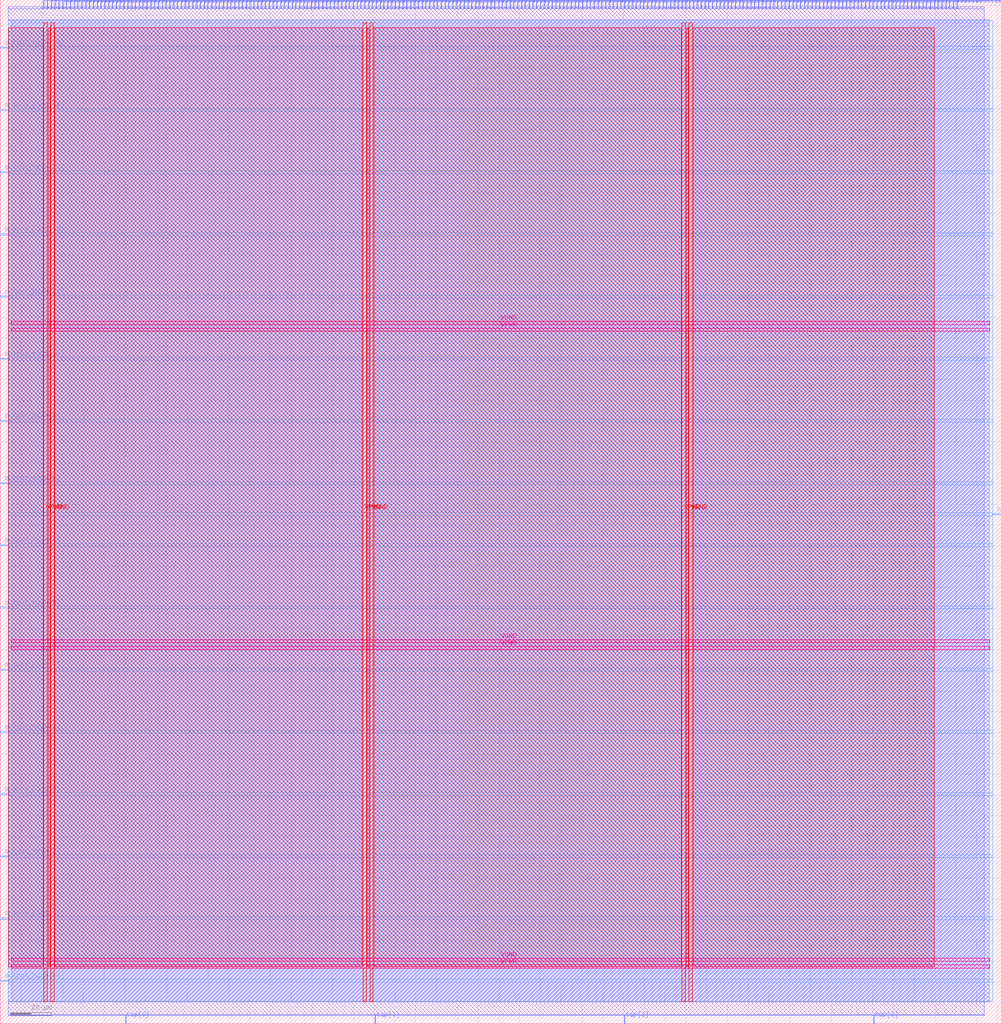
<source format=lef>
VERSION 5.7 ;
  NOWIREEXTENSIONATPIN ON ;
  DIVIDERCHAR "/" ;
  BUSBITCHARS "[]" ;
MACRO highpass
  CLASS BLOCK ;
  FOREIGN highpass ;
  ORIGIN 0.000 0.000 ;
  SIZE 481.840 BY 492.560 ;
  PIN VGND
    DIRECTION INOUT ;
    USE GROUND ;
    PORT
      LAYER met4 ;
        RECT 24.340 10.640 25.940 481.680 ;
    END
    PORT
      LAYER met4 ;
        RECT 177.940 10.640 179.540 481.680 ;
    END
    PORT
      LAYER met4 ;
        RECT 331.540 10.640 333.140 481.680 ;
    END
    PORT
      LAYER met5 ;
        RECT 5.280 30.030 476.340 31.630 ;
    END
    PORT
      LAYER met5 ;
        RECT 5.280 183.210 476.340 184.810 ;
    END
    PORT
      LAYER met5 ;
        RECT 5.280 336.390 476.340 337.990 ;
    END
  END VGND
  PIN VPWR
    DIRECTION INOUT ;
    USE POWER ;
    PORT
      LAYER met4 ;
        RECT 21.040 10.640 22.640 481.680 ;
    END
    PORT
      LAYER met4 ;
        RECT 174.640 10.640 176.240 481.680 ;
    END
    PORT
      LAYER met4 ;
        RECT 328.240 10.640 329.840 481.680 ;
    END
    PORT
      LAYER met5 ;
        RECT 5.280 26.730 476.340 28.330 ;
    END
    PORT
      LAYER met5 ;
        RECT 5.280 179.910 476.340 181.510 ;
    END
    PORT
      LAYER met5 ;
        RECT 5.280 333.090 476.340 334.690 ;
    END
  END VPWR
  PIN clk
    DIRECTION INPUT ;
    USE SIGNAL ;
    ANTENNAGATEAREA 0.852000 ;
    ANTENNADIFFAREA 0.434700 ;
    PORT
      LAYER met3 ;
        RECT 477.840 244.840 481.840 245.440 ;
    END
  END clk
  PIN input_data[0]
    DIRECTION INPUT ;
    USE SIGNAL ;
    ANTENNAGATEAREA 0.159000 ;
    PORT
      LAYER met2 ;
        RECT 20.790 488.560 21.070 492.560 ;
    END
  END input_data[0]
  PIN input_data[100]
    DIRECTION INPUT ;
    USE SIGNAL ;
    ANTENNAGATEAREA 0.196500 ;
    PORT
      LAYER met2 ;
        RECT 204.790 488.560 205.070 492.560 ;
    END
  END input_data[100]
  PIN input_data[101]
    DIRECTION INPUT ;
    USE SIGNAL ;
    ANTENNAGATEAREA 0.159000 ;
    PORT
      LAYER met2 ;
        RECT 206.630 488.560 206.910 492.560 ;
    END
  END input_data[101]
  PIN input_data[102]
    DIRECTION INPUT ;
    USE SIGNAL ;
    ANTENNAGATEAREA 0.196500 ;
    PORT
      LAYER met2 ;
        RECT 208.470 488.560 208.750 492.560 ;
    END
  END input_data[102]
  PIN input_data[103]
    DIRECTION INPUT ;
    USE SIGNAL ;
    ANTENNAGATEAREA 0.196500 ;
    PORT
      LAYER met2 ;
        RECT 210.310 488.560 210.590 492.560 ;
    END
  END input_data[103]
  PIN input_data[104]
    DIRECTION INPUT ;
    USE SIGNAL ;
    ANTENNAGATEAREA 0.196500 ;
    PORT
      LAYER met2 ;
        RECT 212.150 488.560 212.430 492.560 ;
    END
  END input_data[104]
  PIN input_data[105]
    DIRECTION INPUT ;
    USE SIGNAL ;
    ANTENNAGATEAREA 0.196500 ;
    PORT
      LAYER met2 ;
        RECT 213.990 488.560 214.270 492.560 ;
    END
  END input_data[105]
  PIN input_data[106]
    DIRECTION INPUT ;
    USE SIGNAL ;
    ANTENNAGATEAREA 0.196500 ;
    PORT
      LAYER met2 ;
        RECT 215.830 488.560 216.110 492.560 ;
    END
  END input_data[106]
  PIN input_data[107]
    DIRECTION INPUT ;
    USE SIGNAL ;
    ANTENNAGATEAREA 0.196500 ;
    PORT
      LAYER met2 ;
        RECT 217.670 488.560 217.950 492.560 ;
    END
  END input_data[107]
  PIN input_data[108]
    DIRECTION INPUT ;
    USE SIGNAL ;
    ANTENNAGATEAREA 0.159000 ;
    PORT
      LAYER met2 ;
        RECT 219.510 488.560 219.790 492.560 ;
    END
  END input_data[108]
  PIN input_data[109]
    DIRECTION INPUT ;
    USE SIGNAL ;
    ANTENNAGATEAREA 0.196500 ;
    PORT
      LAYER met2 ;
        RECT 221.350 488.560 221.630 492.560 ;
    END
  END input_data[109]
  PIN input_data[10]
    DIRECTION INPUT ;
    USE SIGNAL ;
    ANTENNAGATEAREA 0.247500 ;
    PORT
      LAYER met2 ;
        RECT 39.190 488.560 39.470 492.560 ;
    END
  END input_data[10]
  PIN input_data[110]
    DIRECTION INPUT ;
    USE SIGNAL ;
    ANTENNAGATEAREA 0.196500 ;
    PORT
      LAYER met2 ;
        RECT 223.190 488.560 223.470 492.560 ;
    END
  END input_data[110]
  PIN input_data[111]
    DIRECTION INPUT ;
    USE SIGNAL ;
    ANTENNAGATEAREA 0.196500 ;
    PORT
      LAYER met2 ;
        RECT 225.030 488.560 225.310 492.560 ;
    END
  END input_data[111]
  PIN input_data[112]
    DIRECTION INPUT ;
    USE SIGNAL ;
    ANTENNAGATEAREA 0.213000 ;
    PORT
      LAYER met2 ;
        RECT 226.870 488.560 227.150 492.560 ;
    END
  END input_data[112]
  PIN input_data[113]
    DIRECTION INPUT ;
    USE SIGNAL ;
    ANTENNAGATEAREA 0.159000 ;
    PORT
      LAYER met2 ;
        RECT 228.710 488.560 228.990 492.560 ;
    END
  END input_data[113]
  PIN input_data[114]
    DIRECTION INPUT ;
    USE SIGNAL ;
    ANTENNAGATEAREA 0.196500 ;
    PORT
      LAYER met2 ;
        RECT 230.550 488.560 230.830 492.560 ;
    END
  END input_data[114]
  PIN input_data[115]
    DIRECTION INPUT ;
    USE SIGNAL ;
    ANTENNAGATEAREA 0.213000 ;
    PORT
      LAYER met2 ;
        RECT 232.390 488.560 232.670 492.560 ;
    END
  END input_data[115]
  PIN input_data[116]
    DIRECTION INPUT ;
    USE SIGNAL ;
    ANTENNAGATEAREA 0.213000 ;
    PORT
      LAYER met2 ;
        RECT 234.230 488.560 234.510 492.560 ;
    END
  END input_data[116]
  PIN input_data[117]
    DIRECTION INPUT ;
    USE SIGNAL ;
    ANTENNAGATEAREA 0.126000 ;
    PORT
      LAYER met2 ;
        RECT 236.070 488.560 236.350 492.560 ;
    END
  END input_data[117]
  PIN input_data[118]
    DIRECTION INPUT ;
    USE SIGNAL ;
    ANTENNAGATEAREA 0.196500 ;
    PORT
      LAYER met2 ;
        RECT 237.910 488.560 238.190 492.560 ;
    END
  END input_data[118]
  PIN input_data[119]
    DIRECTION INPUT ;
    USE SIGNAL ;
    ANTENNAGATEAREA 0.196500 ;
    PORT
      LAYER met2 ;
        RECT 239.750 488.560 240.030 492.560 ;
    END
  END input_data[119]
  PIN input_data[11]
    DIRECTION INPUT ;
    USE SIGNAL ;
    ANTENNAGATEAREA 0.159000 ;
    PORT
      LAYER met2 ;
        RECT 41.030 488.560 41.310 492.560 ;
    END
  END input_data[11]
  PIN input_data[120]
    DIRECTION INPUT ;
    USE SIGNAL ;
    ANTENNAGATEAREA 0.196500 ;
    PORT
      LAYER met2 ;
        RECT 241.590 488.560 241.870 492.560 ;
    END
  END input_data[120]
  PIN input_data[121]
    DIRECTION INPUT ;
    USE SIGNAL ;
    ANTENNAGATEAREA 0.196500 ;
    PORT
      LAYER met2 ;
        RECT 243.430 488.560 243.710 492.560 ;
    END
  END input_data[121]
  PIN input_data[122]
    DIRECTION INPUT ;
    USE SIGNAL ;
    ANTENNAGATEAREA 0.159000 ;
    PORT
      LAYER met2 ;
        RECT 245.270 488.560 245.550 492.560 ;
    END
  END input_data[122]
  PIN input_data[123]
    DIRECTION INPUT ;
    USE SIGNAL ;
    ANTENNAGATEAREA 0.159000 ;
    PORT
      LAYER met2 ;
        RECT 247.110 488.560 247.390 492.560 ;
    END
  END input_data[123]
  PIN input_data[124]
    DIRECTION INPUT ;
    USE SIGNAL ;
    ANTENNAGATEAREA 0.159000 ;
    PORT
      LAYER met2 ;
        RECT 248.950 488.560 249.230 492.560 ;
    END
  END input_data[124]
  PIN input_data[125]
    DIRECTION INPUT ;
    USE SIGNAL ;
    ANTENNAGATEAREA 0.196500 ;
    PORT
      LAYER met2 ;
        RECT 250.790 488.560 251.070 492.560 ;
    END
  END input_data[125]
  PIN input_data[126]
    DIRECTION INPUT ;
    USE SIGNAL ;
    ANTENNAGATEAREA 0.196500 ;
    PORT
      LAYER met2 ;
        RECT 252.630 488.560 252.910 492.560 ;
    END
  END input_data[126]
  PIN input_data[127]
    DIRECTION INPUT ;
    USE SIGNAL ;
    PORT
      LAYER met2 ;
        RECT 254.470 488.560 254.750 492.560 ;
    END
  END input_data[127]
  PIN input_data[128]
    DIRECTION INPUT ;
    USE SIGNAL ;
    ANTENNAGATEAREA 0.247500 ;
    PORT
      LAYER met2 ;
        RECT 256.310 488.560 256.590 492.560 ;
    END
  END input_data[128]
  PIN input_data[129]
    DIRECTION INPUT ;
    USE SIGNAL ;
    ANTENNAGATEAREA 0.213000 ;
    PORT
      LAYER met2 ;
        RECT 258.150 488.560 258.430 492.560 ;
    END
  END input_data[129]
  PIN input_data[12]
    DIRECTION INPUT ;
    USE SIGNAL ;
    ANTENNAGATEAREA 0.495000 ;
    PORT
      LAYER met2 ;
        RECT 42.870 488.560 43.150 492.560 ;
    END
  END input_data[12]
  PIN input_data[130]
    DIRECTION INPUT ;
    USE SIGNAL ;
    ANTENNAGATEAREA 0.213000 ;
    PORT
      LAYER met2 ;
        RECT 259.990 488.560 260.270 492.560 ;
    END
  END input_data[130]
  PIN input_data[131]
    DIRECTION INPUT ;
    USE SIGNAL ;
    ANTENNAGATEAREA 0.213000 ;
    PORT
      LAYER met2 ;
        RECT 261.830 488.560 262.110 492.560 ;
    END
  END input_data[131]
  PIN input_data[132]
    DIRECTION INPUT ;
    USE SIGNAL ;
    ANTENNAGATEAREA 0.213000 ;
    PORT
      LAYER met2 ;
        RECT 263.670 488.560 263.950 492.560 ;
    END
  END input_data[132]
  PIN input_data[133]
    DIRECTION INPUT ;
    USE SIGNAL ;
    ANTENNAGATEAREA 0.213000 ;
    PORT
      LAYER met2 ;
        RECT 265.510 488.560 265.790 492.560 ;
    END
  END input_data[133]
  PIN input_data[134]
    DIRECTION INPUT ;
    USE SIGNAL ;
    ANTENNAGATEAREA 0.213000 ;
    PORT
      LAYER met2 ;
        RECT 267.350 488.560 267.630 492.560 ;
    END
  END input_data[134]
  PIN input_data[135]
    DIRECTION INPUT ;
    USE SIGNAL ;
    ANTENNAGATEAREA 0.213000 ;
    PORT
      LAYER met2 ;
        RECT 269.190 488.560 269.470 492.560 ;
    END
  END input_data[135]
  PIN input_data[136]
    DIRECTION INPUT ;
    USE SIGNAL ;
    ANTENNAGATEAREA 0.495000 ;
    PORT
      LAYER met2 ;
        RECT 271.030 488.560 271.310 492.560 ;
    END
  END input_data[136]
  PIN input_data[137]
    DIRECTION INPUT ;
    USE SIGNAL ;
    ANTENNAGATEAREA 0.426000 ;
    PORT
      LAYER met2 ;
        RECT 272.870 488.560 273.150 492.560 ;
    END
  END input_data[137]
  PIN input_data[138]
    DIRECTION INPUT ;
    USE SIGNAL ;
    ANTENNAGATEAREA 0.213000 ;
    PORT
      LAYER met2 ;
        RECT 274.710 488.560 274.990 492.560 ;
    END
  END input_data[138]
  PIN input_data[139]
    DIRECTION INPUT ;
    USE SIGNAL ;
    ANTENNAGATEAREA 0.247500 ;
    PORT
      LAYER met2 ;
        RECT 276.550 488.560 276.830 492.560 ;
    END
  END input_data[139]
  PIN input_data[13]
    DIRECTION INPUT ;
    USE SIGNAL ;
    ANTENNAGATEAREA 0.495000 ;
    PORT
      LAYER met2 ;
        RECT 44.710 488.560 44.990 492.560 ;
    END
  END input_data[13]
  PIN input_data[140]
    DIRECTION INPUT ;
    USE SIGNAL ;
    ANTENNAGATEAREA 0.247500 ;
    PORT
      LAYER met2 ;
        RECT 278.390 488.560 278.670 492.560 ;
    END
  END input_data[140]
  PIN input_data[141]
    DIRECTION INPUT ;
    USE SIGNAL ;
    ANTENNAGATEAREA 0.247500 ;
    PORT
      LAYER met2 ;
        RECT 280.230 488.560 280.510 492.560 ;
    END
  END input_data[141]
  PIN input_data[142]
    DIRECTION INPUT ;
    USE SIGNAL ;
    ANTENNAGATEAREA 0.196500 ;
    PORT
      LAYER met2 ;
        RECT 282.070 488.560 282.350 492.560 ;
    END
  END input_data[142]
  PIN input_data[143]
    DIRECTION INPUT ;
    USE SIGNAL ;
    ANTENNAGATEAREA 0.126000 ;
    PORT
      LAYER met2 ;
        RECT 283.910 488.560 284.190 492.560 ;
    END
  END input_data[143]
  PIN input_data[144]
    DIRECTION INPUT ;
    USE SIGNAL ;
    ANTENNAGATEAREA 0.213000 ;
    PORT
      LAYER met2 ;
        RECT 285.750 488.560 286.030 492.560 ;
    END
  END input_data[144]
  PIN input_data[145]
    DIRECTION INPUT ;
    USE SIGNAL ;
    ANTENNAGATEAREA 0.126000 ;
    PORT
      LAYER met2 ;
        RECT 287.590 488.560 287.870 492.560 ;
    END
  END input_data[145]
  PIN input_data[146]
    DIRECTION INPUT ;
    USE SIGNAL ;
    ANTENNAGATEAREA 0.213000 ;
    PORT
      LAYER met2 ;
        RECT 289.430 488.560 289.710 492.560 ;
    END
  END input_data[146]
  PIN input_data[147]
    DIRECTION INPUT ;
    USE SIGNAL ;
    ANTENNAGATEAREA 0.159000 ;
    PORT
      LAYER met2 ;
        RECT 291.270 488.560 291.550 492.560 ;
    END
  END input_data[147]
  PIN input_data[148]
    DIRECTION INPUT ;
    USE SIGNAL ;
    ANTENNAGATEAREA 0.126000 ;
    PORT
      LAYER met2 ;
        RECT 293.110 488.560 293.390 492.560 ;
    END
  END input_data[148]
  PIN input_data[149]
    DIRECTION INPUT ;
    USE SIGNAL ;
    ANTENNAGATEAREA 0.213000 ;
    PORT
      LAYER met2 ;
        RECT 294.950 488.560 295.230 492.560 ;
    END
  END input_data[149]
  PIN input_data[14]
    DIRECTION INPUT ;
    USE SIGNAL ;
    ANTENNAGATEAREA 0.159000 ;
    PORT
      LAYER met2 ;
        RECT 46.550 488.560 46.830 492.560 ;
    END
  END input_data[14]
  PIN input_data[150]
    DIRECTION INPUT ;
    USE SIGNAL ;
    ANTENNAGATEAREA 0.213000 ;
    PORT
      LAYER met2 ;
        RECT 296.790 488.560 297.070 492.560 ;
    END
  END input_data[150]
  PIN input_data[151]
    DIRECTION INPUT ;
    USE SIGNAL ;
    ANTENNAGATEAREA 0.159000 ;
    PORT
      LAYER met2 ;
        RECT 298.630 488.560 298.910 492.560 ;
    END
  END input_data[151]
  PIN input_data[152]
    DIRECTION INPUT ;
    USE SIGNAL ;
    ANTENNAGATEAREA 0.213000 ;
    PORT
      LAYER met2 ;
        RECT 300.470 488.560 300.750 492.560 ;
    END
  END input_data[152]
  PIN input_data[153]
    DIRECTION INPUT ;
    USE SIGNAL ;
    ANTENNAGATEAREA 0.213000 ;
    PORT
      LAYER met2 ;
        RECT 302.310 488.560 302.590 492.560 ;
    END
  END input_data[153]
  PIN input_data[154]
    DIRECTION INPUT ;
    USE SIGNAL ;
    ANTENNAGATEAREA 0.213000 ;
    PORT
      LAYER met2 ;
        RECT 304.150 488.560 304.430 492.560 ;
    END
  END input_data[154]
  PIN input_data[155]
    DIRECTION INPUT ;
    USE SIGNAL ;
    ANTENNAGATEAREA 0.196500 ;
    PORT
      LAYER met2 ;
        RECT 305.990 488.560 306.270 492.560 ;
    END
  END input_data[155]
  PIN input_data[156]
    DIRECTION INPUT ;
    USE SIGNAL ;
    ANTENNAGATEAREA 0.213000 ;
    PORT
      LAYER met2 ;
        RECT 307.830 488.560 308.110 492.560 ;
    END
  END input_data[156]
  PIN input_data[157]
    DIRECTION INPUT ;
    USE SIGNAL ;
    ANTENNAGATEAREA 0.213000 ;
    PORT
      LAYER met2 ;
        RECT 309.670 488.560 309.950 492.560 ;
    END
  END input_data[157]
  PIN input_data[158]
    DIRECTION INPUT ;
    USE SIGNAL ;
    ANTENNAGATEAREA 0.196500 ;
    PORT
      LAYER met2 ;
        RECT 311.510 488.560 311.790 492.560 ;
    END
  END input_data[158]
  PIN input_data[159]
    DIRECTION INPUT ;
    USE SIGNAL ;
    ANTENNAGATEAREA 0.196500 ;
    PORT
      LAYER met2 ;
        RECT 313.350 488.560 313.630 492.560 ;
    END
  END input_data[159]
  PIN input_data[15]
    DIRECTION INPUT ;
    USE SIGNAL ;
    ANTENNAGATEAREA 0.213000 ;
    PORT
      LAYER met2 ;
        RECT 48.390 488.560 48.670 492.560 ;
    END
  END input_data[15]
  PIN input_data[160]
    DIRECTION INPUT ;
    USE SIGNAL ;
    ANTENNAGATEAREA 0.426000 ;
    PORT
      LAYER met2 ;
        RECT 315.190 488.560 315.470 492.560 ;
    END
  END input_data[160]
  PIN input_data[161]
    DIRECTION INPUT ;
    USE SIGNAL ;
    ANTENNAGATEAREA 0.247500 ;
    PORT
      LAYER met2 ;
        RECT 317.030 488.560 317.310 492.560 ;
    END
  END input_data[161]
  PIN input_data[162]
    DIRECTION INPUT ;
    USE SIGNAL ;
    ANTENNAGATEAREA 0.247500 ;
    PORT
      LAYER met2 ;
        RECT 318.870 488.560 319.150 492.560 ;
    END
  END input_data[162]
  PIN input_data[163]
    DIRECTION INPUT ;
    USE SIGNAL ;
    ANTENNAGATEAREA 0.247500 ;
    PORT
      LAYER met2 ;
        RECT 320.710 488.560 320.990 492.560 ;
    END
  END input_data[163]
  PIN input_data[164]
    DIRECTION INPUT ;
    USE SIGNAL ;
    ANTENNAGATEAREA 0.126000 ;
    PORT
      LAYER met2 ;
        RECT 322.550 488.560 322.830 492.560 ;
    END
  END input_data[164]
  PIN input_data[165]
    DIRECTION INPUT ;
    USE SIGNAL ;
    ANTENNAGATEAREA 0.213000 ;
    PORT
      LAYER met2 ;
        RECT 324.390 488.560 324.670 492.560 ;
    END
  END input_data[165]
  PIN input_data[166]
    DIRECTION INPUT ;
    USE SIGNAL ;
    ANTENNAGATEAREA 0.196500 ;
    PORT
      LAYER met2 ;
        RECT 326.230 488.560 326.510 492.560 ;
    END
  END input_data[166]
  PIN input_data[167]
    DIRECTION INPUT ;
    USE SIGNAL ;
    ANTENNAGATEAREA 0.213000 ;
    PORT
      LAYER met2 ;
        RECT 328.070 488.560 328.350 492.560 ;
    END
  END input_data[167]
  PIN input_data[168]
    DIRECTION INPUT ;
    USE SIGNAL ;
    ANTENNAGATEAREA 0.196500 ;
    PORT
      LAYER met2 ;
        RECT 329.910 488.560 330.190 492.560 ;
    END
  END input_data[168]
  PIN input_data[169]
    DIRECTION INPUT ;
    USE SIGNAL ;
    ANTENNAGATEAREA 0.196500 ;
    PORT
      LAYER met2 ;
        RECT 331.750 488.560 332.030 492.560 ;
    END
  END input_data[169]
  PIN input_data[16]
    DIRECTION INPUT ;
    USE SIGNAL ;
    ANTENNAGATEAREA 0.247500 ;
    PORT
      LAYER met2 ;
        RECT 50.230 488.560 50.510 492.560 ;
    END
  END input_data[16]
  PIN input_data[170]
    DIRECTION INPUT ;
    USE SIGNAL ;
    ANTENNAGATEAREA 0.196500 ;
    PORT
      LAYER met2 ;
        RECT 333.590 488.560 333.870 492.560 ;
    END
  END input_data[170]
  PIN input_data[171]
    DIRECTION INPUT ;
    USE SIGNAL ;
    ANTENNAGATEAREA 0.213000 ;
    PORT
      LAYER met2 ;
        RECT 335.430 488.560 335.710 492.560 ;
    END
  END input_data[171]
  PIN input_data[172]
    DIRECTION INPUT ;
    USE SIGNAL ;
    ANTENNAGATEAREA 0.159000 ;
    PORT
      LAYER met2 ;
        RECT 337.270 488.560 337.550 492.560 ;
    END
  END input_data[172]
  PIN input_data[173]
    DIRECTION INPUT ;
    USE SIGNAL ;
    ANTENNAGATEAREA 0.213000 ;
    PORT
      LAYER met2 ;
        RECT 339.110 488.560 339.390 492.560 ;
    END
  END input_data[173]
  PIN input_data[174]
    DIRECTION INPUT ;
    USE SIGNAL ;
    ANTENNAGATEAREA 0.196500 ;
    PORT
      LAYER met2 ;
        RECT 340.950 488.560 341.230 492.560 ;
    END
  END input_data[174]
  PIN input_data[175]
    DIRECTION INPUT ;
    USE SIGNAL ;
    ANTENNAGATEAREA 0.196500 ;
    PORT
      LAYER met2 ;
        RECT 342.790 488.560 343.070 492.560 ;
    END
  END input_data[175]
  PIN input_data[176]
    DIRECTION INPUT ;
    USE SIGNAL ;
    ANTENNAGATEAREA 0.213000 ;
    PORT
      LAYER met2 ;
        RECT 344.630 488.560 344.910 492.560 ;
    END
  END input_data[176]
  PIN input_data[177]
    DIRECTION INPUT ;
    USE SIGNAL ;
    ANTENNAGATEAREA 0.247500 ;
    PORT
      LAYER met2 ;
        RECT 346.470 488.560 346.750 492.560 ;
    END
  END input_data[177]
  PIN input_data[178]
    DIRECTION INPUT ;
    USE SIGNAL ;
    ANTENNAGATEAREA 0.247500 ;
    PORT
      LAYER met2 ;
        RECT 348.310 488.560 348.590 492.560 ;
    END
  END input_data[178]
  PIN input_data[179]
    DIRECTION INPUT ;
    USE SIGNAL ;
    ANTENNAGATEAREA 0.247500 ;
    PORT
      LAYER met2 ;
        RECT 350.150 488.560 350.430 492.560 ;
    END
  END input_data[179]
  PIN input_data[17]
    DIRECTION INPUT ;
    USE SIGNAL ;
    ANTENNAGATEAREA 0.213000 ;
    PORT
      LAYER met2 ;
        RECT 52.070 488.560 52.350 492.560 ;
    END
  END input_data[17]
  PIN input_data[180]
    DIRECTION INPUT ;
    USE SIGNAL ;
    ANTENNAGATEAREA 0.213000 ;
    PORT
      LAYER met2 ;
        RECT 351.990 488.560 352.270 492.560 ;
    END
  END input_data[180]
  PIN input_data[181]
    DIRECTION INPUT ;
    USE SIGNAL ;
    ANTENNAGATEAREA 0.159000 ;
    PORT
      LAYER met2 ;
        RECT 353.830 488.560 354.110 492.560 ;
    END
  END input_data[181]
  PIN input_data[182]
    DIRECTION INPUT ;
    USE SIGNAL ;
    ANTENNAGATEAREA 0.159000 ;
    PORT
      LAYER met2 ;
        RECT 355.670 488.560 355.950 492.560 ;
    END
  END input_data[182]
  PIN input_data[183]
    DIRECTION INPUT ;
    USE SIGNAL ;
    ANTENNAGATEAREA 0.159000 ;
    PORT
      LAYER met2 ;
        RECT 357.510 488.560 357.790 492.560 ;
    END
  END input_data[183]
  PIN input_data[184]
    DIRECTION INPUT ;
    USE SIGNAL ;
    ANTENNAGATEAREA 0.159000 ;
    PORT
      LAYER met2 ;
        RECT 359.350 488.560 359.630 492.560 ;
    END
  END input_data[184]
  PIN input_data[185]
    DIRECTION INPUT ;
    USE SIGNAL ;
    ANTENNAGATEAREA 0.213000 ;
    PORT
      LAYER met2 ;
        RECT 361.190 488.560 361.470 492.560 ;
    END
  END input_data[185]
  PIN input_data[186]
    DIRECTION INPUT ;
    USE SIGNAL ;
    ANTENNAGATEAREA 0.213000 ;
    PORT
      LAYER met2 ;
        RECT 363.030 488.560 363.310 492.560 ;
    END
  END input_data[186]
  PIN input_data[187]
    DIRECTION INPUT ;
    USE SIGNAL ;
    ANTENNAGATEAREA 0.213000 ;
    PORT
      LAYER met2 ;
        RECT 364.870 488.560 365.150 492.560 ;
    END
  END input_data[187]
  PIN input_data[188]
    DIRECTION INPUT ;
    USE SIGNAL ;
    ANTENNAGATEAREA 0.159000 ;
    PORT
      LAYER met2 ;
        RECT 366.710 488.560 366.990 492.560 ;
    END
  END input_data[188]
  PIN input_data[189]
    DIRECTION INPUT ;
    USE SIGNAL ;
    ANTENNAGATEAREA 0.196500 ;
    PORT
      LAYER met2 ;
        RECT 368.550 488.560 368.830 492.560 ;
    END
  END input_data[189]
  PIN input_data[18]
    DIRECTION INPUT ;
    USE SIGNAL ;
    ANTENNAGATEAREA 0.247500 ;
    PORT
      LAYER met2 ;
        RECT 53.910 488.560 54.190 492.560 ;
    END
  END input_data[18]
  PIN input_data[190]
    DIRECTION INPUT ;
    USE SIGNAL ;
    ANTENNAGATEAREA 0.196500 ;
    PORT
      LAYER met2 ;
        RECT 370.390 488.560 370.670 492.560 ;
    END
  END input_data[190]
  PIN input_data[191]
    DIRECTION INPUT ;
    USE SIGNAL ;
    PORT
      LAYER met2 ;
        RECT 372.230 488.560 372.510 492.560 ;
    END
  END input_data[191]
  PIN input_data[192]
    DIRECTION INPUT ;
    USE SIGNAL ;
    ANTENNAGATEAREA 0.159000 ;
    PORT
      LAYER met2 ;
        RECT 374.070 488.560 374.350 492.560 ;
    END
  END input_data[192]
  PIN input_data[193]
    DIRECTION INPUT ;
    USE SIGNAL ;
    ANTENNAGATEAREA 0.213000 ;
    PORT
      LAYER met2 ;
        RECT 375.910 488.560 376.190 492.560 ;
    END
  END input_data[193]
  PIN input_data[194]
    DIRECTION INPUT ;
    USE SIGNAL ;
    ANTENNAGATEAREA 0.213000 ;
    PORT
      LAYER met2 ;
        RECT 377.750 488.560 378.030 492.560 ;
    END
  END input_data[194]
  PIN input_data[195]
    DIRECTION INPUT ;
    USE SIGNAL ;
    ANTENNAGATEAREA 0.159000 ;
    PORT
      LAYER met2 ;
        RECT 379.590 488.560 379.870 492.560 ;
    END
  END input_data[195]
  PIN input_data[196]
    DIRECTION INPUT ;
    USE SIGNAL ;
    ANTENNAGATEAREA 0.213000 ;
    PORT
      LAYER met2 ;
        RECT 381.430 488.560 381.710 492.560 ;
    END
  END input_data[196]
  PIN input_data[197]
    DIRECTION INPUT ;
    USE SIGNAL ;
    ANTENNAGATEAREA 0.213000 ;
    PORT
      LAYER met2 ;
        RECT 383.270 488.560 383.550 492.560 ;
    END
  END input_data[197]
  PIN input_data[198]
    DIRECTION INPUT ;
    USE SIGNAL ;
    ANTENNAGATEAREA 0.213000 ;
    PORT
      LAYER met2 ;
        RECT 385.110 488.560 385.390 492.560 ;
    END
  END input_data[198]
  PIN input_data[199]
    DIRECTION INPUT ;
    USE SIGNAL ;
    ANTENNAGATEAREA 0.213000 ;
    PORT
      LAYER met2 ;
        RECT 386.950 488.560 387.230 492.560 ;
    END
  END input_data[199]
  PIN input_data[19]
    DIRECTION INPUT ;
    USE SIGNAL ;
    ANTENNAGATEAREA 0.159000 ;
    PORT
      LAYER met2 ;
        RECT 55.750 488.560 56.030 492.560 ;
    END
  END input_data[19]
  PIN input_data[1]
    DIRECTION INPUT ;
    USE SIGNAL ;
    ANTENNAGATEAREA 0.159000 ;
    PORT
      LAYER met2 ;
        RECT 22.630 488.560 22.910 492.560 ;
    END
  END input_data[1]
  PIN input_data[200]
    DIRECTION INPUT ;
    USE SIGNAL ;
    ANTENNAGATEAREA 0.213000 ;
    PORT
      LAYER met2 ;
        RECT 388.790 488.560 389.070 492.560 ;
    END
  END input_data[200]
  PIN input_data[201]
    DIRECTION INPUT ;
    USE SIGNAL ;
    ANTENNAGATEAREA 0.126000 ;
    PORT
      LAYER met2 ;
        RECT 390.630 488.560 390.910 492.560 ;
    END
  END input_data[201]
  PIN input_data[202]
    DIRECTION INPUT ;
    USE SIGNAL ;
    ANTENNAGATEAREA 0.126000 ;
    PORT
      LAYER met2 ;
        RECT 392.470 488.560 392.750 492.560 ;
    END
  END input_data[202]
  PIN input_data[203]
    DIRECTION INPUT ;
    USE SIGNAL ;
    ANTENNAGATEAREA 0.126000 ;
    PORT
      LAYER met2 ;
        RECT 394.310 488.560 394.590 492.560 ;
    END
  END input_data[203]
  PIN input_data[204]
    DIRECTION INPUT ;
    USE SIGNAL ;
    ANTENNAGATEAREA 0.196500 ;
    PORT
      LAYER met2 ;
        RECT 396.150 488.560 396.430 492.560 ;
    END
  END input_data[204]
  PIN input_data[205]
    DIRECTION INPUT ;
    USE SIGNAL ;
    ANTENNAGATEAREA 0.196500 ;
    PORT
      LAYER met2 ;
        RECT 397.990 488.560 398.270 492.560 ;
    END
  END input_data[205]
  PIN input_data[206]
    DIRECTION INPUT ;
    USE SIGNAL ;
    ANTENNAGATEAREA 0.196500 ;
    PORT
      LAYER met2 ;
        RECT 399.830 488.560 400.110 492.560 ;
    END
  END input_data[206]
  PIN input_data[207]
    DIRECTION INPUT ;
    USE SIGNAL ;
    PORT
      LAYER met2 ;
        RECT 401.670 488.560 401.950 492.560 ;
    END
  END input_data[207]
  PIN input_data[208]
    DIRECTION INPUT ;
    USE SIGNAL ;
    PORT
      LAYER met2 ;
        RECT 403.510 488.560 403.790 492.560 ;
    END
  END input_data[208]
  PIN input_data[209]
    DIRECTION INPUT ;
    USE SIGNAL ;
    PORT
      LAYER met2 ;
        RECT 405.350 488.560 405.630 492.560 ;
    END
  END input_data[209]
  PIN input_data[20]
    DIRECTION INPUT ;
    USE SIGNAL ;
    ANTENNAGATEAREA 0.247500 ;
    PORT
      LAYER met2 ;
        RECT 57.590 488.560 57.870 492.560 ;
    END
  END input_data[20]
  PIN input_data[210]
    DIRECTION INPUT ;
    USE SIGNAL ;
    PORT
      LAYER met2 ;
        RECT 407.190 488.560 407.470 492.560 ;
    END
  END input_data[210]
  PIN input_data[211]
    DIRECTION INPUT ;
    USE SIGNAL ;
    PORT
      LAYER met2 ;
        RECT 409.030 488.560 409.310 492.560 ;
    END
  END input_data[211]
  PIN input_data[212]
    DIRECTION INPUT ;
    USE SIGNAL ;
    PORT
      LAYER met2 ;
        RECT 410.870 488.560 411.150 492.560 ;
    END
  END input_data[212]
  PIN input_data[213]
    DIRECTION INPUT ;
    USE SIGNAL ;
    PORT
      LAYER met2 ;
        RECT 412.710 488.560 412.990 492.560 ;
    END
  END input_data[213]
  PIN input_data[214]
    DIRECTION INPUT ;
    USE SIGNAL ;
    PORT
      LAYER met2 ;
        RECT 414.550 488.560 414.830 492.560 ;
    END
  END input_data[214]
  PIN input_data[215]
    DIRECTION INPUT ;
    USE SIGNAL ;
    PORT
      LAYER met2 ;
        RECT 416.390 488.560 416.670 492.560 ;
    END
  END input_data[215]
  PIN input_data[216]
    DIRECTION INPUT ;
    USE SIGNAL ;
    PORT
      LAYER met2 ;
        RECT 418.230 488.560 418.510 492.560 ;
    END
  END input_data[216]
  PIN input_data[217]
    DIRECTION INPUT ;
    USE SIGNAL ;
    PORT
      LAYER met2 ;
        RECT 420.070 488.560 420.350 492.560 ;
    END
  END input_data[217]
  PIN input_data[218]
    DIRECTION INPUT ;
    USE SIGNAL ;
    PORT
      LAYER met2 ;
        RECT 421.910 488.560 422.190 492.560 ;
    END
  END input_data[218]
  PIN input_data[219]
    DIRECTION INPUT ;
    USE SIGNAL ;
    PORT
      LAYER met2 ;
        RECT 423.750 488.560 424.030 492.560 ;
    END
  END input_data[219]
  PIN input_data[21]
    DIRECTION INPUT ;
    USE SIGNAL ;
    ANTENNAGATEAREA 0.247500 ;
    PORT
      LAYER met2 ;
        RECT 59.430 488.560 59.710 492.560 ;
    END
  END input_data[21]
  PIN input_data[220]
    DIRECTION INPUT ;
    USE SIGNAL ;
    PORT
      LAYER met2 ;
        RECT 425.590 488.560 425.870 492.560 ;
    END
  END input_data[220]
  PIN input_data[221]
    DIRECTION INPUT ;
    USE SIGNAL ;
    PORT
      LAYER met2 ;
        RECT 427.430 488.560 427.710 492.560 ;
    END
  END input_data[221]
  PIN input_data[222]
    DIRECTION INPUT ;
    USE SIGNAL ;
    PORT
      LAYER met2 ;
        RECT 429.270 488.560 429.550 492.560 ;
    END
  END input_data[222]
  PIN input_data[223]
    DIRECTION INPUT ;
    USE SIGNAL ;
    PORT
      LAYER met2 ;
        RECT 431.110 488.560 431.390 492.560 ;
    END
  END input_data[223]
  PIN input_data[224]
    DIRECTION INPUT ;
    USE SIGNAL ;
    ANTENNAGATEAREA 0.159000 ;
    PORT
      LAYER met2 ;
        RECT 432.950 488.560 433.230 492.560 ;
    END
  END input_data[224]
  PIN input_data[225]
    DIRECTION INPUT ;
    USE SIGNAL ;
    ANTENNAGATEAREA 0.247500 ;
    PORT
      LAYER met2 ;
        RECT 434.790 488.560 435.070 492.560 ;
    END
  END input_data[225]
  PIN input_data[226]
    DIRECTION INPUT ;
    USE SIGNAL ;
    ANTENNAGATEAREA 0.213000 ;
    PORT
      LAYER met2 ;
        RECT 436.630 488.560 436.910 492.560 ;
    END
  END input_data[226]
  PIN input_data[227]
    DIRECTION INPUT ;
    USE SIGNAL ;
    ANTENNAGATEAREA 0.213000 ;
    PORT
      LAYER met2 ;
        RECT 438.470 488.560 438.750 492.560 ;
    END
  END input_data[227]
  PIN input_data[228]
    DIRECTION INPUT ;
    USE SIGNAL ;
    ANTENNAGATEAREA 0.159000 ;
    PORT
      LAYER met2 ;
        RECT 440.310 488.560 440.590 492.560 ;
    END
  END input_data[228]
  PIN input_data[229]
    DIRECTION INPUT ;
    USE SIGNAL ;
    ANTENNAGATEAREA 0.213000 ;
    PORT
      LAYER met2 ;
        RECT 442.150 488.560 442.430 492.560 ;
    END
  END input_data[229]
  PIN input_data[22]
    DIRECTION INPUT ;
    USE SIGNAL ;
    ANTENNAGATEAREA 0.247500 ;
    PORT
      LAYER met2 ;
        RECT 61.270 488.560 61.550 492.560 ;
    END
  END input_data[22]
  PIN input_data[230]
    DIRECTION INPUT ;
    USE SIGNAL ;
    ANTENNAGATEAREA 0.213000 ;
    PORT
      LAYER met2 ;
        RECT 443.990 488.560 444.270 492.560 ;
    END
  END input_data[230]
  PIN input_data[231]
    DIRECTION INPUT ;
    USE SIGNAL ;
    ANTENNAGATEAREA 0.213000 ;
    PORT
      LAYER met2 ;
        RECT 445.830 488.560 446.110 492.560 ;
    END
  END input_data[231]
  PIN input_data[232]
    DIRECTION INPUT ;
    USE SIGNAL ;
    ANTENNAGATEAREA 0.213000 ;
    PORT
      LAYER met2 ;
        RECT 447.670 488.560 447.950 492.560 ;
    END
  END input_data[232]
  PIN input_data[233]
    DIRECTION INPUT ;
    USE SIGNAL ;
    ANTENNAGATEAREA 0.126000 ;
    PORT
      LAYER met2 ;
        RECT 449.510 488.560 449.790 492.560 ;
    END
  END input_data[233]
  PIN input_data[234]
    DIRECTION INPUT ;
    USE SIGNAL ;
    ANTENNAGATEAREA 0.126000 ;
    PORT
      LAYER met2 ;
        RECT 451.350 488.560 451.630 492.560 ;
    END
  END input_data[234]
  PIN input_data[235]
    DIRECTION INPUT ;
    USE SIGNAL ;
    ANTENNAGATEAREA 0.196500 ;
    PORT
      LAYER met2 ;
        RECT 453.190 488.560 453.470 492.560 ;
    END
  END input_data[235]
  PIN input_data[236]
    DIRECTION INPUT ;
    USE SIGNAL ;
    ANTENNAGATEAREA 0.196500 ;
    PORT
      LAYER met2 ;
        RECT 455.030 488.560 455.310 492.560 ;
    END
  END input_data[236]
  PIN input_data[237]
    DIRECTION INPUT ;
    USE SIGNAL ;
    ANTENNAGATEAREA 0.196500 ;
    PORT
      LAYER met2 ;
        RECT 456.870 488.560 457.150 492.560 ;
    END
  END input_data[237]
  PIN input_data[238]
    DIRECTION INPUT ;
    USE SIGNAL ;
    PORT
      LAYER met2 ;
        RECT 458.710 488.560 458.990 492.560 ;
    END
  END input_data[238]
  PIN input_data[239]
    DIRECTION INPUT ;
    USE SIGNAL ;
    PORT
      LAYER met2 ;
        RECT 460.550 488.560 460.830 492.560 ;
    END
  END input_data[239]
  PIN input_data[23]
    DIRECTION INPUT ;
    USE SIGNAL ;
    ANTENNAGATEAREA 0.247500 ;
    PORT
      LAYER met2 ;
        RECT 63.110 488.560 63.390 492.560 ;
    END
  END input_data[23]
  PIN input_data[24]
    DIRECTION INPUT ;
    USE SIGNAL ;
    ANTENNAGATEAREA 0.247500 ;
    PORT
      LAYER met2 ;
        RECT 64.950 488.560 65.230 492.560 ;
    END
  END input_data[24]
  PIN input_data[25]
    DIRECTION INPUT ;
    USE SIGNAL ;
    ANTENNAGATEAREA 0.247500 ;
    PORT
      LAYER met2 ;
        RECT 66.790 488.560 67.070 492.560 ;
    END
  END input_data[25]
  PIN input_data[26]
    DIRECTION INPUT ;
    USE SIGNAL ;
    ANTENNAGATEAREA 0.426000 ;
    PORT
      LAYER met2 ;
        RECT 68.630 488.560 68.910 492.560 ;
    END
  END input_data[26]
  PIN input_data[27]
    DIRECTION INPUT ;
    USE SIGNAL ;
    ANTENNAGATEAREA 0.247500 ;
    PORT
      LAYER met2 ;
        RECT 70.470 488.560 70.750 492.560 ;
    END
  END input_data[27]
  PIN input_data[28]
    DIRECTION INPUT ;
    USE SIGNAL ;
    ANTENNAGATEAREA 0.196500 ;
    PORT
      LAYER met2 ;
        RECT 72.310 488.560 72.590 492.560 ;
    END
  END input_data[28]
  PIN input_data[29]
    DIRECTION INPUT ;
    USE SIGNAL ;
    ANTENNAGATEAREA 0.247500 ;
    PORT
      LAYER met2 ;
        RECT 74.150 488.560 74.430 492.560 ;
    END
  END input_data[29]
  PIN input_data[2]
    DIRECTION INPUT ;
    USE SIGNAL ;
    ANTENNAGATEAREA 0.159000 ;
    PORT
      LAYER met2 ;
        RECT 24.470 488.560 24.750 492.560 ;
    END
  END input_data[2]
  PIN input_data[30]
    DIRECTION INPUT ;
    USE SIGNAL ;
    ANTENNAGATEAREA 0.213000 ;
    PORT
      LAYER met2 ;
        RECT 75.990 488.560 76.270 492.560 ;
    END
  END input_data[30]
  PIN input_data[31]
    DIRECTION INPUT ;
    USE SIGNAL ;
    ANTENNAGATEAREA 0.126000 ;
    PORT
      LAYER met2 ;
        RECT 77.830 488.560 78.110 492.560 ;
    END
  END input_data[31]
  PIN input_data[32]
    DIRECTION INPUT ;
    USE SIGNAL ;
    ANTENNAGATEAREA 0.213000 ;
    PORT
      LAYER met2 ;
        RECT 79.670 488.560 79.950 492.560 ;
    END
  END input_data[32]
  PIN input_data[33]
    DIRECTION INPUT ;
    USE SIGNAL ;
    ANTENNAGATEAREA 0.213000 ;
    PORT
      LAYER met2 ;
        RECT 81.510 488.560 81.790 492.560 ;
    END
  END input_data[33]
  PIN input_data[34]
    DIRECTION INPUT ;
    USE SIGNAL ;
    ANTENNAGATEAREA 0.213000 ;
    PORT
      LAYER met2 ;
        RECT 83.350 488.560 83.630 492.560 ;
    END
  END input_data[34]
  PIN input_data[35]
    DIRECTION INPUT ;
    USE SIGNAL ;
    ANTENNAGATEAREA 0.213000 ;
    PORT
      LAYER met2 ;
        RECT 85.190 488.560 85.470 492.560 ;
    END
  END input_data[35]
  PIN input_data[36]
    DIRECTION INPUT ;
    USE SIGNAL ;
    ANTENNAGATEAREA 0.159000 ;
    PORT
      LAYER met2 ;
        RECT 87.030 488.560 87.310 492.560 ;
    END
  END input_data[36]
  PIN input_data[37]
    DIRECTION INPUT ;
    USE SIGNAL ;
    ANTENNAGATEAREA 0.126000 ;
    PORT
      LAYER met2 ;
        RECT 88.870 488.560 89.150 492.560 ;
    END
  END input_data[37]
  PIN input_data[38]
    DIRECTION INPUT ;
    USE SIGNAL ;
    ANTENNAGATEAREA 0.247500 ;
    PORT
      LAYER met2 ;
        RECT 90.710 488.560 90.990 492.560 ;
    END
  END input_data[38]
  PIN input_data[39]
    DIRECTION INPUT ;
    USE SIGNAL ;
    ANTENNAGATEAREA 0.126000 ;
    PORT
      LAYER met2 ;
        RECT 92.550 488.560 92.830 492.560 ;
    END
  END input_data[39]
  PIN input_data[3]
    DIRECTION INPUT ;
    USE SIGNAL ;
    ANTENNAGATEAREA 0.247500 ;
    PORT
      LAYER met2 ;
        RECT 26.310 488.560 26.590 492.560 ;
    END
  END input_data[3]
  PIN input_data[40]
    DIRECTION INPUT ;
    USE SIGNAL ;
    ANTENNAGATEAREA 0.159000 ;
    PORT
      LAYER met2 ;
        RECT 94.390 488.560 94.670 492.560 ;
    END
  END input_data[40]
  PIN input_data[41]
    DIRECTION INPUT ;
    USE SIGNAL ;
    ANTENNAGATEAREA 0.196500 ;
    PORT
      LAYER met2 ;
        RECT 96.230 488.560 96.510 492.560 ;
    END
  END input_data[41]
  PIN input_data[42]
    DIRECTION INPUT ;
    USE SIGNAL ;
    ANTENNAGATEAREA 0.213000 ;
    PORT
      LAYER met2 ;
        RECT 98.070 488.560 98.350 492.560 ;
    END
  END input_data[42]
  PIN input_data[43]
    DIRECTION INPUT ;
    USE SIGNAL ;
    ANTENNAGATEAREA 0.126000 ;
    PORT
      LAYER met2 ;
        RECT 99.910 488.560 100.190 492.560 ;
    END
  END input_data[43]
  PIN input_data[44]
    DIRECTION INPUT ;
    USE SIGNAL ;
    ANTENNAGATEAREA 0.247500 ;
    PORT
      LAYER met2 ;
        RECT 101.750 488.560 102.030 492.560 ;
    END
  END input_data[44]
  PIN input_data[45]
    DIRECTION INPUT ;
    USE SIGNAL ;
    ANTENNAGATEAREA 0.213000 ;
    PORT
      LAYER met2 ;
        RECT 103.590 488.560 103.870 492.560 ;
    END
  END input_data[45]
  PIN input_data[46]
    DIRECTION INPUT ;
    USE SIGNAL ;
    ANTENNAGATEAREA 0.213000 ;
    PORT
      LAYER met2 ;
        RECT 105.430 488.560 105.710 492.560 ;
    END
  END input_data[46]
  PIN input_data[47]
    DIRECTION INPUT ;
    USE SIGNAL ;
    ANTENNAGATEAREA 0.196500 ;
    PORT
      LAYER met2 ;
        RECT 107.270 488.560 107.550 492.560 ;
    END
  END input_data[47]
  PIN input_data[48]
    DIRECTION INPUT ;
    USE SIGNAL ;
    ANTENNAGATEAREA 0.126000 ;
    PORT
      LAYER met2 ;
        RECT 109.110 488.560 109.390 492.560 ;
    END
  END input_data[48]
  PIN input_data[49]
    DIRECTION INPUT ;
    USE SIGNAL ;
    ANTENNAGATEAREA 0.213000 ;
    PORT
      LAYER met2 ;
        RECT 110.950 488.560 111.230 492.560 ;
    END
  END input_data[49]
  PIN input_data[4]
    DIRECTION INPUT ;
    USE SIGNAL ;
    ANTENNAGATEAREA 0.159000 ;
    PORT
      LAYER met2 ;
        RECT 28.150 488.560 28.430 492.560 ;
    END
  END input_data[4]
  PIN input_data[50]
    DIRECTION INPUT ;
    USE SIGNAL ;
    ANTENNAGATEAREA 0.196500 ;
    PORT
      LAYER met2 ;
        RECT 112.790 488.560 113.070 492.560 ;
    END
  END input_data[50]
  PIN input_data[51]
    DIRECTION INPUT ;
    USE SIGNAL ;
    ANTENNAGATEAREA 0.196500 ;
    PORT
      LAYER met2 ;
        RECT 114.630 488.560 114.910 492.560 ;
    END
  END input_data[51]
  PIN input_data[52]
    DIRECTION INPUT ;
    USE SIGNAL ;
    ANTENNAGATEAREA 0.196500 ;
    PORT
      LAYER met2 ;
        RECT 116.470 488.560 116.750 492.560 ;
    END
  END input_data[52]
  PIN input_data[53]
    DIRECTION INPUT ;
    USE SIGNAL ;
    ANTENNAGATEAREA 0.126000 ;
    PORT
      LAYER met2 ;
        RECT 118.310 488.560 118.590 492.560 ;
    END
  END input_data[53]
  PIN input_data[54]
    DIRECTION INPUT ;
    USE SIGNAL ;
    ANTENNAGATEAREA 0.213000 ;
    PORT
      LAYER met2 ;
        RECT 120.150 488.560 120.430 492.560 ;
    END
  END input_data[54]
  PIN input_data[55]
    DIRECTION INPUT ;
    USE SIGNAL ;
    ANTENNAGATEAREA 0.213000 ;
    PORT
      LAYER met2 ;
        RECT 121.990 488.560 122.270 492.560 ;
    END
  END input_data[55]
  PIN input_data[56]
    DIRECTION INPUT ;
    USE SIGNAL ;
    ANTENNAGATEAREA 0.213000 ;
    PORT
      LAYER met2 ;
        RECT 123.830 488.560 124.110 492.560 ;
    END
  END input_data[56]
  PIN input_data[57]
    DIRECTION INPUT ;
    USE SIGNAL ;
    ANTENNAGATEAREA 0.213000 ;
    PORT
      LAYER met2 ;
        RECT 125.670 488.560 125.950 492.560 ;
    END
  END input_data[57]
  PIN input_data[58]
    DIRECTION INPUT ;
    USE SIGNAL ;
    ANTENNAGATEAREA 0.159000 ;
    PORT
      LAYER met2 ;
        RECT 127.510 488.560 127.790 492.560 ;
    END
  END input_data[58]
  PIN input_data[59]
    DIRECTION INPUT ;
    USE SIGNAL ;
    ANTENNAGATEAREA 0.426000 ;
    PORT
      LAYER met2 ;
        RECT 129.350 488.560 129.630 492.560 ;
    END
  END input_data[59]
  PIN input_data[5]
    DIRECTION INPUT ;
    USE SIGNAL ;
    ANTENNAGATEAREA 0.213000 ;
    PORT
      LAYER met2 ;
        RECT 29.990 488.560 30.270 492.560 ;
    END
  END input_data[5]
  PIN input_data[60]
    DIRECTION INPUT ;
    USE SIGNAL ;
    ANTENNAGATEAREA 0.159000 ;
    PORT
      LAYER met2 ;
        RECT 131.190 488.560 131.470 492.560 ;
    END
  END input_data[60]
  PIN input_data[61]
    DIRECTION INPUT ;
    USE SIGNAL ;
    ANTENNAGATEAREA 0.159000 ;
    PORT
      LAYER met2 ;
        RECT 133.030 488.560 133.310 492.560 ;
    END
  END input_data[61]
  PIN input_data[62]
    DIRECTION INPUT ;
    USE SIGNAL ;
    ANTENNAGATEAREA 0.159000 ;
    PORT
      LAYER met2 ;
        RECT 134.870 488.560 135.150 492.560 ;
    END
  END input_data[62]
  PIN input_data[63]
    DIRECTION INPUT ;
    USE SIGNAL ;
    PORT
      LAYER met2 ;
        RECT 136.710 488.560 136.990 492.560 ;
    END
  END input_data[63]
  PIN input_data[64]
    DIRECTION INPUT ;
    USE SIGNAL ;
    ANTENNAGATEAREA 0.196500 ;
    PORT
      LAYER met2 ;
        RECT 138.550 488.560 138.830 492.560 ;
    END
  END input_data[64]
  PIN input_data[65]
    DIRECTION INPUT ;
    USE SIGNAL ;
    ANTENNAGATEAREA 0.196500 ;
    PORT
      LAYER met2 ;
        RECT 140.390 488.560 140.670 492.560 ;
    END
  END input_data[65]
  PIN input_data[66]
    DIRECTION INPUT ;
    USE SIGNAL ;
    ANTENNAGATEAREA 0.196500 ;
    PORT
      LAYER met2 ;
        RECT 142.230 488.560 142.510 492.560 ;
    END
  END input_data[66]
  PIN input_data[67]
    DIRECTION INPUT ;
    USE SIGNAL ;
    ANTENNAGATEAREA 0.196500 ;
    PORT
      LAYER met2 ;
        RECT 144.070 488.560 144.350 492.560 ;
    END
  END input_data[67]
  PIN input_data[68]
    DIRECTION INPUT ;
    USE SIGNAL ;
    ANTENNAGATEAREA 0.159000 ;
    PORT
      LAYER met2 ;
        RECT 145.910 488.560 146.190 492.560 ;
    END
  END input_data[68]
  PIN input_data[69]
    DIRECTION INPUT ;
    USE SIGNAL ;
    ANTENNAGATEAREA 0.126000 ;
    PORT
      LAYER met2 ;
        RECT 147.750 488.560 148.030 492.560 ;
    END
  END input_data[69]
  PIN input_data[6]
    DIRECTION INPUT ;
    USE SIGNAL ;
    ANTENNAGATEAREA 0.159000 ;
    PORT
      LAYER met2 ;
        RECT 31.830 488.560 32.110 492.560 ;
    END
  END input_data[6]
  PIN input_data[70]
    DIRECTION INPUT ;
    USE SIGNAL ;
    ANTENNAGATEAREA 0.126000 ;
    PORT
      LAYER met2 ;
        RECT 149.590 488.560 149.870 492.560 ;
    END
  END input_data[70]
  PIN input_data[71]
    DIRECTION INPUT ;
    USE SIGNAL ;
    ANTENNAGATEAREA 0.213000 ;
    PORT
      LAYER met2 ;
        RECT 151.430 488.560 151.710 492.560 ;
    END
  END input_data[71]
  PIN input_data[72]
    DIRECTION INPUT ;
    USE SIGNAL ;
    ANTENNAGATEAREA 0.196500 ;
    PORT
      LAYER met2 ;
        RECT 153.270 488.560 153.550 492.560 ;
    END
  END input_data[72]
  PIN input_data[73]
    DIRECTION INPUT ;
    USE SIGNAL ;
    ANTENNAGATEAREA 0.213000 ;
    PORT
      LAYER met2 ;
        RECT 155.110 488.560 155.390 492.560 ;
    END
  END input_data[73]
  PIN input_data[74]
    DIRECTION INPUT ;
    USE SIGNAL ;
    ANTENNAGATEAREA 0.213000 ;
    PORT
      LAYER met2 ;
        RECT 156.950 488.560 157.230 492.560 ;
    END
  END input_data[74]
  PIN input_data[75]
    DIRECTION INPUT ;
    USE SIGNAL ;
    ANTENNAGATEAREA 0.196500 ;
    PORT
      LAYER met2 ;
        RECT 158.790 488.560 159.070 492.560 ;
    END
  END input_data[75]
  PIN input_data[76]
    DIRECTION INPUT ;
    USE SIGNAL ;
    ANTENNAGATEAREA 0.196500 ;
    PORT
      LAYER met2 ;
        RECT 160.630 488.560 160.910 492.560 ;
    END
  END input_data[76]
  PIN input_data[77]
    DIRECTION INPUT ;
    USE SIGNAL ;
    ANTENNAGATEAREA 0.213000 ;
    PORT
      LAYER met2 ;
        RECT 162.470 488.560 162.750 492.560 ;
    END
  END input_data[77]
  PIN input_data[78]
    DIRECTION INPUT ;
    USE SIGNAL ;
    ANTENNAGATEAREA 0.196500 ;
    PORT
      LAYER met2 ;
        RECT 164.310 488.560 164.590 492.560 ;
    END
  END input_data[78]
  PIN input_data[79]
    DIRECTION INPUT ;
    USE SIGNAL ;
    PORT
      LAYER met2 ;
        RECT 166.150 488.560 166.430 492.560 ;
    END
  END input_data[79]
  PIN input_data[7]
    DIRECTION INPUT ;
    USE SIGNAL ;
    ANTENNAGATEAREA 0.213000 ;
    PORT
      LAYER met2 ;
        RECT 33.670 488.560 33.950 492.560 ;
    END
  END input_data[7]
  PIN input_data[80]
    DIRECTION INPUT ;
    USE SIGNAL ;
    ANTENNAGATEAREA 0.159000 ;
    PORT
      LAYER met2 ;
        RECT 167.990 488.560 168.270 492.560 ;
    END
  END input_data[80]
  PIN input_data[81]
    DIRECTION INPUT ;
    USE SIGNAL ;
    ANTENNAGATEAREA 0.159000 ;
    PORT
      LAYER met2 ;
        RECT 169.830 488.560 170.110 492.560 ;
    END
  END input_data[81]
  PIN input_data[82]
    DIRECTION INPUT ;
    USE SIGNAL ;
    ANTENNAGATEAREA 0.159000 ;
    PORT
      LAYER met2 ;
        RECT 171.670 488.560 171.950 492.560 ;
    END
  END input_data[82]
  PIN input_data[83]
    DIRECTION INPUT ;
    USE SIGNAL ;
    ANTENNAGATEAREA 0.213000 ;
    PORT
      LAYER met2 ;
        RECT 173.510 488.560 173.790 492.560 ;
    END
  END input_data[83]
  PIN input_data[84]
    DIRECTION INPUT ;
    USE SIGNAL ;
    ANTENNAGATEAREA 0.213000 ;
    PORT
      LAYER met2 ;
        RECT 175.350 488.560 175.630 492.560 ;
    END
  END input_data[84]
  PIN input_data[85]
    DIRECTION INPUT ;
    USE SIGNAL ;
    ANTENNAGATEAREA 0.213000 ;
    PORT
      LAYER met2 ;
        RECT 177.190 488.560 177.470 492.560 ;
    END
  END input_data[85]
  PIN input_data[86]
    DIRECTION INPUT ;
    USE SIGNAL ;
    ANTENNAGATEAREA 0.213000 ;
    PORT
      LAYER met2 ;
        RECT 179.030 488.560 179.310 492.560 ;
    END
  END input_data[86]
  PIN input_data[87]
    DIRECTION INPUT ;
    USE SIGNAL ;
    ANTENNAGATEAREA 0.159000 ;
    PORT
      LAYER met2 ;
        RECT 180.870 488.560 181.150 492.560 ;
    END
  END input_data[87]
  PIN input_data[88]
    DIRECTION INPUT ;
    USE SIGNAL ;
    ANTENNAGATEAREA 0.213000 ;
    PORT
      LAYER met2 ;
        RECT 182.710 488.560 182.990 492.560 ;
    END
  END input_data[88]
  PIN input_data[89]
    DIRECTION INPUT ;
    USE SIGNAL ;
    ANTENNAGATEAREA 0.247500 ;
    PORT
      LAYER met2 ;
        RECT 184.550 488.560 184.830 492.560 ;
    END
  END input_data[89]
  PIN input_data[8]
    DIRECTION INPUT ;
    USE SIGNAL ;
    ANTENNAGATEAREA 0.159000 ;
    PORT
      LAYER met2 ;
        RECT 35.510 488.560 35.790 492.560 ;
    END
  END input_data[8]
  PIN input_data[90]
    DIRECTION INPUT ;
    USE SIGNAL ;
    ANTENNAGATEAREA 0.159000 ;
    PORT
      LAYER met2 ;
        RECT 186.390 488.560 186.670 492.560 ;
    END
  END input_data[90]
  PIN input_data[91]
    DIRECTION INPUT ;
    USE SIGNAL ;
    ANTENNAGATEAREA 0.213000 ;
    PORT
      LAYER met2 ;
        RECT 188.230 488.560 188.510 492.560 ;
    END
  END input_data[91]
  PIN input_data[92]
    DIRECTION INPUT ;
    USE SIGNAL ;
    ANTENNAGATEAREA 0.213000 ;
    PORT
      LAYER met2 ;
        RECT 190.070 488.560 190.350 492.560 ;
    END
  END input_data[92]
  PIN input_data[93]
    DIRECTION INPUT ;
    USE SIGNAL ;
    ANTENNAGATEAREA 0.247500 ;
    PORT
      LAYER met2 ;
        RECT 191.910 488.560 192.190 492.560 ;
    END
  END input_data[93]
  PIN input_data[94]
    DIRECTION INPUT ;
    USE SIGNAL ;
    ANTENNAGATEAREA 0.213000 ;
    PORT
      LAYER met2 ;
        RECT 193.750 488.560 194.030 492.560 ;
    END
  END input_data[94]
  PIN input_data[95]
    DIRECTION INPUT ;
    USE SIGNAL ;
    ANTENNAGATEAREA 0.126000 ;
    PORT
      LAYER met2 ;
        RECT 195.590 488.560 195.870 492.560 ;
    END
  END input_data[95]
  PIN input_data[96]
    DIRECTION INPUT ;
    USE SIGNAL ;
    ANTENNAGATEAREA 0.213000 ;
    PORT
      LAYER met2 ;
        RECT 197.430 488.560 197.710 492.560 ;
    END
  END input_data[96]
  PIN input_data[97]
    DIRECTION INPUT ;
    USE SIGNAL ;
    ANTENNAGATEAREA 0.159000 ;
    PORT
      LAYER met2 ;
        RECT 199.270 488.560 199.550 492.560 ;
    END
  END input_data[97]
  PIN input_data[98]
    DIRECTION INPUT ;
    USE SIGNAL ;
    ANTENNAGATEAREA 0.196500 ;
    PORT
      LAYER met2 ;
        RECT 201.110 488.560 201.390 492.560 ;
    END
  END input_data[98]
  PIN input_data[99]
    DIRECTION INPUT ;
    USE SIGNAL ;
    ANTENNAGATEAREA 0.196500 ;
    PORT
      LAYER met2 ;
        RECT 202.950 488.560 203.230 492.560 ;
    END
  END input_data[99]
  PIN input_data[9]
    DIRECTION INPUT ;
    USE SIGNAL ;
    ANTENNAGATEAREA 0.159000 ;
    PORT
      LAYER met2 ;
        RECT 37.350 488.560 37.630 492.560 ;
    END
  END input_data[9]
  PIN output_high[0]
    DIRECTION OUTPUT ;
    USE SIGNAL ;
    ANTENNADIFFAREA 0.445500 ;
    PORT
      LAYER met3 ;
        RECT 0.000 20.440 4.000 21.040 ;
    END
  END output_high[0]
  PIN output_high[10]
    DIRECTION OUTPUT ;
    USE SIGNAL ;
    ANTENNADIFFAREA 0.445500 ;
    PORT
      LAYER met3 ;
        RECT 0.000 319.640 4.000 320.240 ;
    END
  END output_high[10]
  PIN output_high[11]
    DIRECTION OUTPUT ;
    USE SIGNAL ;
    ANTENNADIFFAREA 0.445500 ;
    PORT
      LAYER met3 ;
        RECT 0.000 349.560 4.000 350.160 ;
    END
  END output_high[11]
  PIN output_high[12]
    DIRECTION OUTPUT ;
    USE SIGNAL ;
    ANTENNADIFFAREA 0.445500 ;
    PORT
      LAYER met3 ;
        RECT 0.000 379.480 4.000 380.080 ;
    END
  END output_high[12]
  PIN output_high[13]
    DIRECTION OUTPUT ;
    USE SIGNAL ;
    ANTENNADIFFAREA 0.445500 ;
    PORT
      LAYER met3 ;
        RECT 0.000 409.400 4.000 410.000 ;
    END
  END output_high[13]
  PIN output_high[14]
    DIRECTION OUTPUT ;
    USE SIGNAL ;
    ANTENNADIFFAREA 0.445500 ;
    PORT
      LAYER met3 ;
        RECT 0.000 439.320 4.000 439.920 ;
    END
  END output_high[14]
  PIN output_high[15]
    DIRECTION OUTPUT ;
    USE SIGNAL ;
    ANTENNADIFFAREA 0.445500 ;
    PORT
      LAYER met3 ;
        RECT 0.000 469.240 4.000 469.840 ;
    END
  END output_high[15]
  PIN output_high[1]
    DIRECTION OUTPUT ;
    USE SIGNAL ;
    ANTENNADIFFAREA 0.445500 ;
    PORT
      LAYER met3 ;
        RECT 0.000 50.360 4.000 50.960 ;
    END
  END output_high[1]
  PIN output_high[2]
    DIRECTION OUTPUT ;
    USE SIGNAL ;
    ANTENNADIFFAREA 0.445500 ;
    PORT
      LAYER met3 ;
        RECT 0.000 80.280 4.000 80.880 ;
    END
  END output_high[2]
  PIN output_high[3]
    DIRECTION OUTPUT ;
    USE SIGNAL ;
    ANTENNADIFFAREA 0.445500 ;
    PORT
      LAYER met3 ;
        RECT 0.000 110.200 4.000 110.800 ;
    END
  END output_high[3]
  PIN output_high[4]
    DIRECTION OUTPUT ;
    USE SIGNAL ;
    ANTENNADIFFAREA 0.445500 ;
    PORT
      LAYER met3 ;
        RECT 0.000 140.120 4.000 140.720 ;
    END
  END output_high[4]
  PIN output_high[5]
    DIRECTION OUTPUT ;
    USE SIGNAL ;
    ANTENNADIFFAREA 0.445500 ;
    PORT
      LAYER met3 ;
        RECT 0.000 170.040 4.000 170.640 ;
    END
  END output_high[5]
  PIN output_high[6]
    DIRECTION OUTPUT ;
    USE SIGNAL ;
    ANTENNADIFFAREA 0.445500 ;
    PORT
      LAYER met3 ;
        RECT 0.000 199.960 4.000 200.560 ;
    END
  END output_high[6]
  PIN output_high[7]
    DIRECTION OUTPUT ;
    USE SIGNAL ;
    ANTENNADIFFAREA 0.445500 ;
    PORT
      LAYER met3 ;
        RECT 0.000 229.880 4.000 230.480 ;
    END
  END output_high[7]
  PIN output_high[8]
    DIRECTION OUTPUT ;
    USE SIGNAL ;
    ANTENNADIFFAREA 0.445500 ;
    PORT
      LAYER met3 ;
        RECT 0.000 259.800 4.000 260.400 ;
    END
  END output_high[8]
  PIN output_high[9]
    DIRECTION OUTPUT ;
    USE SIGNAL ;
    ANTENNADIFFAREA 0.445500 ;
    PORT
      LAYER met3 ;
        RECT 0.000 289.720 4.000 290.320 ;
    END
  END output_high[9]
  PIN tap[0]
    DIRECTION INPUT ;
    USE SIGNAL ;
    ANTENNAGATEAREA 0.213000 ;
    PORT
      LAYER met2 ;
        RECT 60.350 0.000 60.630 4.000 ;
    END
  END tap[0]
  PIN tap[1]
    DIRECTION INPUT ;
    USE SIGNAL ;
    ANTENNAGATEAREA 0.213000 ;
    PORT
      LAYER met2 ;
        RECT 180.410 0.000 180.690 4.000 ;
    END
  END tap[1]
  PIN tap[2]
    DIRECTION INPUT ;
    USE SIGNAL ;
    ANTENNAGATEAREA 0.247500 ;
    PORT
      LAYER met2 ;
        RECT 300.470 0.000 300.750 4.000 ;
    END
  END tap[2]
  PIN tap[3]
    DIRECTION INPUT ;
    USE SIGNAL ;
    ANTENNAGATEAREA 0.247500 ;
    PORT
      LAYER met2 ;
        RECT 420.530 0.000 420.810 4.000 ;
    END
  END tap[3]
  OBS
      LAYER li1 ;
        RECT 5.520 10.795 476.100 481.525 ;
      LAYER met1 ;
        RECT 3.750 10.640 476.100 483.100 ;
      LAYER met2 ;
        RECT 3.770 488.280 20.510 489.330 ;
        RECT 21.350 488.280 22.350 489.330 ;
        RECT 23.190 488.280 24.190 489.330 ;
        RECT 25.030 488.280 26.030 489.330 ;
        RECT 26.870 488.280 27.870 489.330 ;
        RECT 28.710 488.280 29.710 489.330 ;
        RECT 30.550 488.280 31.550 489.330 ;
        RECT 32.390 488.280 33.390 489.330 ;
        RECT 34.230 488.280 35.230 489.330 ;
        RECT 36.070 488.280 37.070 489.330 ;
        RECT 37.910 488.280 38.910 489.330 ;
        RECT 39.750 488.280 40.750 489.330 ;
        RECT 41.590 488.280 42.590 489.330 ;
        RECT 43.430 488.280 44.430 489.330 ;
        RECT 45.270 488.280 46.270 489.330 ;
        RECT 47.110 488.280 48.110 489.330 ;
        RECT 48.950 488.280 49.950 489.330 ;
        RECT 50.790 488.280 51.790 489.330 ;
        RECT 52.630 488.280 53.630 489.330 ;
        RECT 54.470 488.280 55.470 489.330 ;
        RECT 56.310 488.280 57.310 489.330 ;
        RECT 58.150 488.280 59.150 489.330 ;
        RECT 59.990 488.280 60.990 489.330 ;
        RECT 61.830 488.280 62.830 489.330 ;
        RECT 63.670 488.280 64.670 489.330 ;
        RECT 65.510 488.280 66.510 489.330 ;
        RECT 67.350 488.280 68.350 489.330 ;
        RECT 69.190 488.280 70.190 489.330 ;
        RECT 71.030 488.280 72.030 489.330 ;
        RECT 72.870 488.280 73.870 489.330 ;
        RECT 74.710 488.280 75.710 489.330 ;
        RECT 76.550 488.280 77.550 489.330 ;
        RECT 78.390 488.280 79.390 489.330 ;
        RECT 80.230 488.280 81.230 489.330 ;
        RECT 82.070 488.280 83.070 489.330 ;
        RECT 83.910 488.280 84.910 489.330 ;
        RECT 85.750 488.280 86.750 489.330 ;
        RECT 87.590 488.280 88.590 489.330 ;
        RECT 89.430 488.280 90.430 489.330 ;
        RECT 91.270 488.280 92.270 489.330 ;
        RECT 93.110 488.280 94.110 489.330 ;
        RECT 94.950 488.280 95.950 489.330 ;
        RECT 96.790 488.280 97.790 489.330 ;
        RECT 98.630 488.280 99.630 489.330 ;
        RECT 100.470 488.280 101.470 489.330 ;
        RECT 102.310 488.280 103.310 489.330 ;
        RECT 104.150 488.280 105.150 489.330 ;
        RECT 105.990 488.280 106.990 489.330 ;
        RECT 107.830 488.280 108.830 489.330 ;
        RECT 109.670 488.280 110.670 489.330 ;
        RECT 111.510 488.280 112.510 489.330 ;
        RECT 113.350 488.280 114.350 489.330 ;
        RECT 115.190 488.280 116.190 489.330 ;
        RECT 117.030 488.280 118.030 489.330 ;
        RECT 118.870 488.280 119.870 489.330 ;
        RECT 120.710 488.280 121.710 489.330 ;
        RECT 122.550 488.280 123.550 489.330 ;
        RECT 124.390 488.280 125.390 489.330 ;
        RECT 126.230 488.280 127.230 489.330 ;
        RECT 128.070 488.280 129.070 489.330 ;
        RECT 129.910 488.280 130.910 489.330 ;
        RECT 131.750 488.280 132.750 489.330 ;
        RECT 133.590 488.280 134.590 489.330 ;
        RECT 135.430 488.280 136.430 489.330 ;
        RECT 137.270 488.280 138.270 489.330 ;
        RECT 139.110 488.280 140.110 489.330 ;
        RECT 140.950 488.280 141.950 489.330 ;
        RECT 142.790 488.280 143.790 489.330 ;
        RECT 144.630 488.280 145.630 489.330 ;
        RECT 146.470 488.280 147.470 489.330 ;
        RECT 148.310 488.280 149.310 489.330 ;
        RECT 150.150 488.280 151.150 489.330 ;
        RECT 151.990 488.280 152.990 489.330 ;
        RECT 153.830 488.280 154.830 489.330 ;
        RECT 155.670 488.280 156.670 489.330 ;
        RECT 157.510 488.280 158.510 489.330 ;
        RECT 159.350 488.280 160.350 489.330 ;
        RECT 161.190 488.280 162.190 489.330 ;
        RECT 163.030 488.280 164.030 489.330 ;
        RECT 164.870 488.280 165.870 489.330 ;
        RECT 166.710 488.280 167.710 489.330 ;
        RECT 168.550 488.280 169.550 489.330 ;
        RECT 170.390 488.280 171.390 489.330 ;
        RECT 172.230 488.280 173.230 489.330 ;
        RECT 174.070 488.280 175.070 489.330 ;
        RECT 175.910 488.280 176.910 489.330 ;
        RECT 177.750 488.280 178.750 489.330 ;
        RECT 179.590 488.280 180.590 489.330 ;
        RECT 181.430 488.280 182.430 489.330 ;
        RECT 183.270 488.280 184.270 489.330 ;
        RECT 185.110 488.280 186.110 489.330 ;
        RECT 186.950 488.280 187.950 489.330 ;
        RECT 188.790 488.280 189.790 489.330 ;
        RECT 190.630 488.280 191.630 489.330 ;
        RECT 192.470 488.280 193.470 489.330 ;
        RECT 194.310 488.280 195.310 489.330 ;
        RECT 196.150 488.280 197.150 489.330 ;
        RECT 197.990 488.280 198.990 489.330 ;
        RECT 199.830 488.280 200.830 489.330 ;
        RECT 201.670 488.280 202.670 489.330 ;
        RECT 203.510 488.280 204.510 489.330 ;
        RECT 205.350 488.280 206.350 489.330 ;
        RECT 207.190 488.280 208.190 489.330 ;
        RECT 209.030 488.280 210.030 489.330 ;
        RECT 210.870 488.280 211.870 489.330 ;
        RECT 212.710 488.280 213.710 489.330 ;
        RECT 214.550 488.280 215.550 489.330 ;
        RECT 216.390 488.280 217.390 489.330 ;
        RECT 218.230 488.280 219.230 489.330 ;
        RECT 220.070 488.280 221.070 489.330 ;
        RECT 221.910 488.280 222.910 489.330 ;
        RECT 223.750 488.280 224.750 489.330 ;
        RECT 225.590 488.280 226.590 489.330 ;
        RECT 227.430 488.280 228.430 489.330 ;
        RECT 229.270 488.280 230.270 489.330 ;
        RECT 231.110 488.280 232.110 489.330 ;
        RECT 232.950 488.280 233.950 489.330 ;
        RECT 234.790 488.280 235.790 489.330 ;
        RECT 236.630 488.280 237.630 489.330 ;
        RECT 238.470 488.280 239.470 489.330 ;
        RECT 240.310 488.280 241.310 489.330 ;
        RECT 242.150 488.280 243.150 489.330 ;
        RECT 243.990 488.280 244.990 489.330 ;
        RECT 245.830 488.280 246.830 489.330 ;
        RECT 247.670 488.280 248.670 489.330 ;
        RECT 249.510 488.280 250.510 489.330 ;
        RECT 251.350 488.280 252.350 489.330 ;
        RECT 253.190 488.280 254.190 489.330 ;
        RECT 255.030 488.280 256.030 489.330 ;
        RECT 256.870 488.280 257.870 489.330 ;
        RECT 258.710 488.280 259.710 489.330 ;
        RECT 260.550 488.280 261.550 489.330 ;
        RECT 262.390 488.280 263.390 489.330 ;
        RECT 264.230 488.280 265.230 489.330 ;
        RECT 266.070 488.280 267.070 489.330 ;
        RECT 267.910 488.280 268.910 489.330 ;
        RECT 269.750 488.280 270.750 489.330 ;
        RECT 271.590 488.280 272.590 489.330 ;
        RECT 273.430 488.280 274.430 489.330 ;
        RECT 275.270 488.280 276.270 489.330 ;
        RECT 277.110 488.280 278.110 489.330 ;
        RECT 278.950 488.280 279.950 489.330 ;
        RECT 280.790 488.280 281.790 489.330 ;
        RECT 282.630 488.280 283.630 489.330 ;
        RECT 284.470 488.280 285.470 489.330 ;
        RECT 286.310 488.280 287.310 489.330 ;
        RECT 288.150 488.280 289.150 489.330 ;
        RECT 289.990 488.280 290.990 489.330 ;
        RECT 291.830 488.280 292.830 489.330 ;
        RECT 293.670 488.280 294.670 489.330 ;
        RECT 295.510 488.280 296.510 489.330 ;
        RECT 297.350 488.280 298.350 489.330 ;
        RECT 299.190 488.280 300.190 489.330 ;
        RECT 301.030 488.280 302.030 489.330 ;
        RECT 302.870 488.280 303.870 489.330 ;
        RECT 304.710 488.280 305.710 489.330 ;
        RECT 306.550 488.280 307.550 489.330 ;
        RECT 308.390 488.280 309.390 489.330 ;
        RECT 310.230 488.280 311.230 489.330 ;
        RECT 312.070 488.280 313.070 489.330 ;
        RECT 313.910 488.280 314.910 489.330 ;
        RECT 315.750 488.280 316.750 489.330 ;
        RECT 317.590 488.280 318.590 489.330 ;
        RECT 319.430 488.280 320.430 489.330 ;
        RECT 321.270 488.280 322.270 489.330 ;
        RECT 323.110 488.280 324.110 489.330 ;
        RECT 324.950 488.280 325.950 489.330 ;
        RECT 326.790 488.280 327.790 489.330 ;
        RECT 328.630 488.280 329.630 489.330 ;
        RECT 330.470 488.280 331.470 489.330 ;
        RECT 332.310 488.280 333.310 489.330 ;
        RECT 334.150 488.280 335.150 489.330 ;
        RECT 335.990 488.280 336.990 489.330 ;
        RECT 337.830 488.280 338.830 489.330 ;
        RECT 339.670 488.280 340.670 489.330 ;
        RECT 341.510 488.280 342.510 489.330 ;
        RECT 343.350 488.280 344.350 489.330 ;
        RECT 345.190 488.280 346.190 489.330 ;
        RECT 347.030 488.280 348.030 489.330 ;
        RECT 348.870 488.280 349.870 489.330 ;
        RECT 350.710 488.280 351.710 489.330 ;
        RECT 352.550 488.280 353.550 489.330 ;
        RECT 354.390 488.280 355.390 489.330 ;
        RECT 356.230 488.280 357.230 489.330 ;
        RECT 358.070 488.280 359.070 489.330 ;
        RECT 359.910 488.280 360.910 489.330 ;
        RECT 361.750 488.280 362.750 489.330 ;
        RECT 363.590 488.280 364.590 489.330 ;
        RECT 365.430 488.280 366.430 489.330 ;
        RECT 367.270 488.280 368.270 489.330 ;
        RECT 369.110 488.280 370.110 489.330 ;
        RECT 370.950 488.280 371.950 489.330 ;
        RECT 372.790 488.280 373.790 489.330 ;
        RECT 374.630 488.280 375.630 489.330 ;
        RECT 376.470 488.280 377.470 489.330 ;
        RECT 378.310 488.280 379.310 489.330 ;
        RECT 380.150 488.280 381.150 489.330 ;
        RECT 381.990 488.280 382.990 489.330 ;
        RECT 383.830 488.280 384.830 489.330 ;
        RECT 385.670 488.280 386.670 489.330 ;
        RECT 387.510 488.280 388.510 489.330 ;
        RECT 389.350 488.280 390.350 489.330 ;
        RECT 391.190 488.280 392.190 489.330 ;
        RECT 393.030 488.280 394.030 489.330 ;
        RECT 394.870 488.280 395.870 489.330 ;
        RECT 396.710 488.280 397.710 489.330 ;
        RECT 398.550 488.280 399.550 489.330 ;
        RECT 400.390 488.280 401.390 489.330 ;
        RECT 402.230 488.280 403.230 489.330 ;
        RECT 404.070 488.280 405.070 489.330 ;
        RECT 405.910 488.280 406.910 489.330 ;
        RECT 407.750 488.280 408.750 489.330 ;
        RECT 409.590 488.280 410.590 489.330 ;
        RECT 411.430 488.280 412.430 489.330 ;
        RECT 413.270 488.280 414.270 489.330 ;
        RECT 415.110 488.280 416.110 489.330 ;
        RECT 416.950 488.280 417.950 489.330 ;
        RECT 418.790 488.280 419.790 489.330 ;
        RECT 420.630 488.280 421.630 489.330 ;
        RECT 422.470 488.280 423.470 489.330 ;
        RECT 424.310 488.280 425.310 489.330 ;
        RECT 426.150 488.280 427.150 489.330 ;
        RECT 427.990 488.280 428.990 489.330 ;
        RECT 429.830 488.280 430.830 489.330 ;
        RECT 431.670 488.280 432.670 489.330 ;
        RECT 433.510 488.280 434.510 489.330 ;
        RECT 435.350 488.280 436.350 489.330 ;
        RECT 437.190 488.280 438.190 489.330 ;
        RECT 439.030 488.280 440.030 489.330 ;
        RECT 440.870 488.280 441.870 489.330 ;
        RECT 442.710 488.280 443.710 489.330 ;
        RECT 444.550 488.280 445.550 489.330 ;
        RECT 446.390 488.280 447.390 489.330 ;
        RECT 448.230 488.280 449.230 489.330 ;
        RECT 450.070 488.280 451.070 489.330 ;
        RECT 451.910 488.280 452.910 489.330 ;
        RECT 453.750 488.280 454.750 489.330 ;
        RECT 455.590 488.280 456.590 489.330 ;
        RECT 457.430 488.280 458.430 489.330 ;
        RECT 459.270 488.280 460.270 489.330 ;
        RECT 461.110 488.280 473.700 489.330 ;
        RECT 3.770 4.280 473.700 488.280 ;
        RECT 3.770 4.000 60.070 4.280 ;
        RECT 60.910 4.000 180.130 4.280 ;
        RECT 180.970 4.000 300.190 4.280 ;
        RECT 301.030 4.000 420.250 4.280 ;
        RECT 421.090 4.000 473.700 4.280 ;
      LAYER met3 ;
        RECT 3.745 470.240 477.840 482.625 ;
        RECT 4.400 468.840 477.840 470.240 ;
        RECT 3.745 440.320 477.840 468.840 ;
        RECT 4.400 438.920 477.840 440.320 ;
        RECT 3.745 410.400 477.840 438.920 ;
        RECT 4.400 409.000 477.840 410.400 ;
        RECT 3.745 380.480 477.840 409.000 ;
        RECT 4.400 379.080 477.840 380.480 ;
        RECT 3.745 350.560 477.840 379.080 ;
        RECT 4.400 349.160 477.840 350.560 ;
        RECT 3.745 320.640 477.840 349.160 ;
        RECT 4.400 319.240 477.840 320.640 ;
        RECT 3.745 290.720 477.840 319.240 ;
        RECT 4.400 289.320 477.840 290.720 ;
        RECT 3.745 260.800 477.840 289.320 ;
        RECT 4.400 259.400 477.840 260.800 ;
        RECT 3.745 245.840 477.840 259.400 ;
        RECT 3.745 244.440 477.440 245.840 ;
        RECT 3.745 230.880 477.840 244.440 ;
        RECT 4.400 229.480 477.840 230.880 ;
        RECT 3.745 200.960 477.840 229.480 ;
        RECT 4.400 199.560 477.840 200.960 ;
        RECT 3.745 171.040 477.840 199.560 ;
        RECT 4.400 169.640 477.840 171.040 ;
        RECT 3.745 141.120 477.840 169.640 ;
        RECT 4.400 139.720 477.840 141.120 ;
        RECT 3.745 111.200 477.840 139.720 ;
        RECT 4.400 109.800 477.840 111.200 ;
        RECT 3.745 81.280 477.840 109.800 ;
        RECT 4.400 79.880 477.840 81.280 ;
        RECT 3.745 51.360 477.840 79.880 ;
        RECT 4.400 49.960 477.840 51.360 ;
        RECT 3.745 21.440 477.840 49.960 ;
        RECT 4.400 20.040 477.840 21.440 ;
        RECT 3.745 10.715 477.840 20.040 ;
      LAYER met4 ;
        RECT 3.975 27.375 20.640 479.225 ;
        RECT 23.040 27.375 23.940 479.225 ;
        RECT 26.340 27.375 174.240 479.225 ;
        RECT 176.640 27.375 177.540 479.225 ;
        RECT 179.940 27.375 327.840 479.225 ;
        RECT 330.240 27.375 331.140 479.225 ;
        RECT 333.540 27.375 449.585 479.225 ;
  END
END highpass
END LIBRARY


</source>
